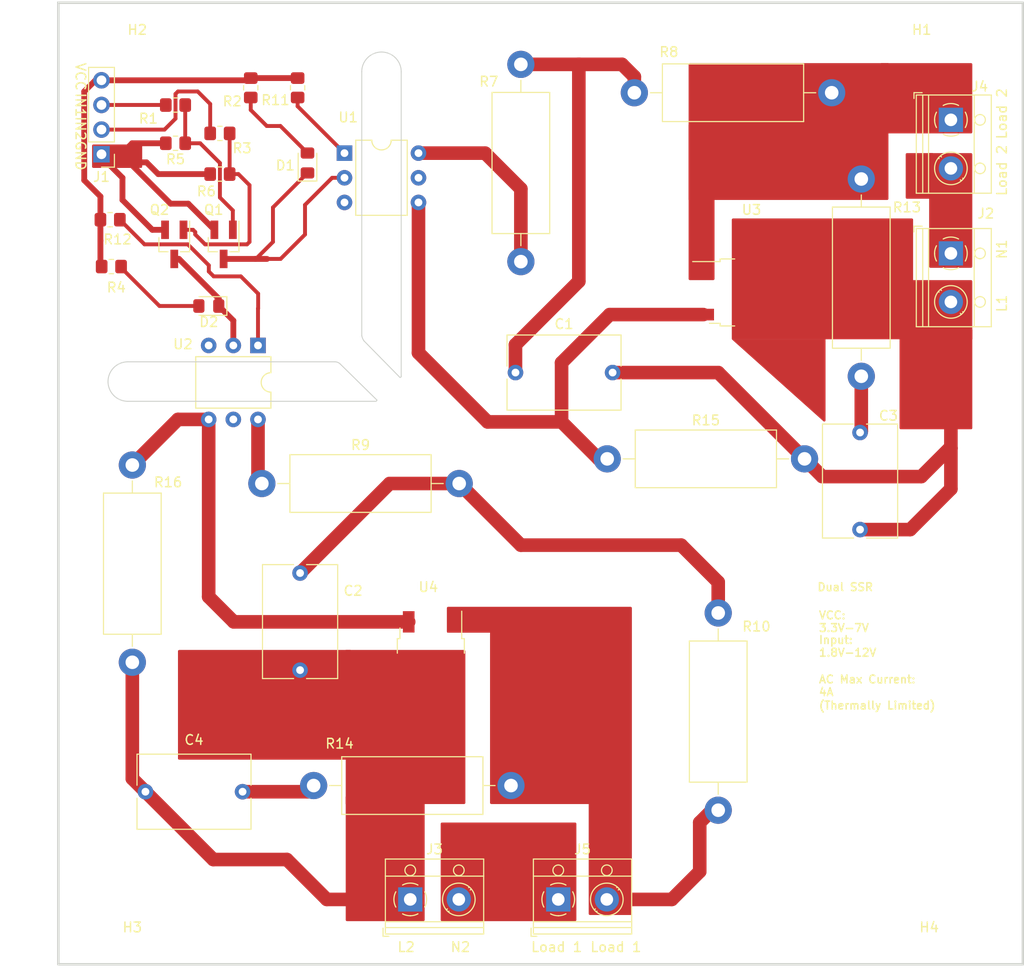
<source format=kicad_pcb>
(kicad_pcb (version 20211014) (generator pcbnew)
  (title_block (rev "1"))
  (layers (0 "F.Cu" signal "Front") (1 "In1.Cu" signal) (2 "In2.Cu" signal) (31 "B.Cu" signal "Back") (34 "B.Paste" user) (35 "F.Paste" user) (36 "B.SilkS" user "B.Silkscreen") (37 "F.SilkS" user "F.Silkscreen") (38 "B.Mask" user) (39 "F.Mask" user) (44 "Edge.Cuts" user))
  (net 0 "")
  (net 1 "Net-(C1-Pad1)")
  (net 2 "Net-(C2-Pad1)")
  (net 3 "Net-(D1-Pad2)")
  (net 4 "GND")
  (net 5 "VCC")
  (net 6 "Net-(Q1-Pad1)")
  (net 9 "Net-(C3-Pad1)")
  (net 10 "Net-(C4-Pad1)")
  (net 11 "Net-(D2-Pad2)")
  (net 12 "Net-(Q2-Pad1)")
  (net 13 "Net-(R16-Pad1)")
  (net 14 "/PWR_L1")
  (net 15 "/PWR_L2")
  (net 16 "/MOS_D1")
  (net 17 "/MOS_D2")
  (net 18 "/IN2")
  (net 19 "/IN1")
  (net 20 "Net-(R7-Pad1)")
  (net 21 "Net-(R9-Pad1)")
  (net 22 "Net-(R15-Pad1)")
  (net 25 "/LOAD_2B")
  (net 26 "/LOAD_2A")
  (net 27 "/LOAD_1B")
  (net 28 "/LOAD_1A")
  (net 29 "Net-(R11-Pad1)")
  (net 30 "Net-(R12-Pad1)")
  (footprint "Package_DIP:DIP-6_W7.62mm" (layer "F.Cu") (at 51.039 53.086 -90)
    (fp_text reference "U2" (at -0.127 7.732 180) (layer "F.SilkS"))
    (fp_text value "MOC3063M")
    (pad "1" thru_hole rect (at 0 0 270) (size 1.6 1.6) (drill 0.8) (layers *.Cu *.Mask) (net 30 "Net-(R12-Pad1)"))
    (pad "2" thru_hole oval (at 0 2.54 270) (size 1.6 1.6) (drill 0.8) (layers *.Cu *.Mask) (net 17 "/MOS_D2"))
    (pad "3" thru_hole oval (at 0 5.08 270) (size 1.6 1.6) (drill 0.8) (layers *.Cu *.Mask))
    (pad "4" thru_hole oval (at 7.62 5.08 270) (size 1.6 1.6) (drill 0.8) (layers *.Cu *.Mask) (net 13 "Net-(R16-Pad1)"))
    (pad "5" thru_hole oval (at 7.62 2.54 270) (size 1.6 1.6) (drill 0.8) (layers *.Cu *.Mask))
    (pad "6" thru_hole oval (at 7.62 0 270) (size 1.6 1.6) (drill 0.8) (layers *.Cu *.Mask) (net 21 "Net-(R9-Pad1)"))
  )
  (footprint "TerminalBlock_RND:TerminalBlock_RND_205-00012_1x02_P5.00mm_Horizontal" (layer "F.Cu") (at 122.382 29.845 -90)
    (fp_text reference "J4" (at -3.429 -2.967 180) (layer "F.SilkS"))
    (fp_text value "Screw_Terminal_01x02")
    (pad "1" thru_hole rect (at 0 0 270) (size 2.5 2.5) (drill 1.3) (layers *.Cu *.Mask) (net 28 "/LOAD_1A"))
    (pad "2" thru_hole circle (at 5 0 270) (size 2.5 2.5) (drill 1.3) (layers *.Cu *.Mask) (net 27 "/LOAD_1B"))
  )
  (footprint "MountingHole:MountingHole_3.2mm_M3_DIN965" (layer "F.Cu") (at 34.544 113.03)
    (fp_text reference "H3" (at 3.556 0) (layer "F.SilkS"))
    (fp_text value "MountingHole")
    (pad "" np_thru_hole circle (at 0 0) (size 3.2 3.2) (drill 3.2) (layers *.Cu *.Mask))
  )
  (footprint "Resistor_THT:R_Axial_DIN0614_L14.3mm_D5.7mm_P20.32mm_Horizontal" (layer "F.Cu") (at 89.789 27.051)
    (fp_text reference "R8" (at 3.556 -4.191) (layer "F.SilkS"))
    (fp_text value "100")
    (pad "1" thru_hole circle (at 0 0) (size 2.8 2.8) (drill 1.4) (layers *.Cu *.Mask) (net 1 "Net-(C1-Pad1)"))
    (pad "2" thru_hole oval (at 20.32 0) (size 2.8 2.8) (drill 1.4) (layers *.Cu *.Mask) (net 28 "/LOAD_1A"))
  )
  (footprint "Resistor_SMD:R_0805_2012Metric_Pad1.20x1.40mm_HandSolder" (layer "F.Cu") (at 42.545 32.258 180)
    (fp_text reference "R5" (at 0 -1.65) (layer "F.SilkS"))
    (fp_text value "3.3k")
    (pad "1" smd roundrect (at -1 0 180) (size 1.2 1.4) (layers "F.Cu" "F.Paste" "F.Mask") (roundrect_rratio 0.208333) (net 6 "Net-(Q1-Pad1)"))
    (pad "2" smd roundrect (at 1 0 180) (size 1.2 1.4) (layers "F.Cu" "F.Paste" "F.Mask") (roundrect_rratio 0.208333) (net 4 "GND"))
  )
  (footprint "Package_TO_SOT_SMD:SOT-23_Handsoldering" (layer "F.Cu") (at 42.418 42.672 -90)
    (fp_text reference "Q2" (at -3.556 1.524 180) (layer "F.SilkS"))
    (fp_text value "HSS2302")
    (pad "1" smd rect (at -1.5 -0.95 270) (size 1.9 0.8) (layers "F.Cu" "F.Paste" "F.Mask") (net 12 "Net-(Q2-Pad1)"))
    (pad "2" smd rect (at -1.5 0.95 270) (size 1.9 0.8) (layers "F.Cu" "F.Paste" "F.Mask") (net 4 "GND"))
    (pad "3" smd rect (at 1.5 0 270) (size 1.9 0.8) (layers "F.Cu" "F.Paste" "F.Mask") (net 17 "/MOS_D2"))
  )
  (footprint "LED_SMD:LED_0805_2012Metric_Pad1.15x1.40mm_HandSolder" (layer "F.Cu") (at 56.134 34.29 90)
    (fp_text reference "D1" (at -0.254 -2.286 180) (layer "F.SilkS"))
    (fp_text value "R")
    (pad "1" smd roundrect (at -1.025 0 90) (size 1.15 1.4) (layers "F.Cu" "F.Paste" "F.Mask") (roundrect_rratio 0.217391) (net 16 "/MOS_D1"))
    (pad "2" smd roundrect (at 1.025 0 90) (size 1.15 1.4) (layers "F.Cu" "F.Paste" "F.Mask") (roundrect_rratio 0.217391) (net 3 "Net-(D1-Pad2)"))
  )
  (footprint "Resistor_SMD:R_0805_2012Metric_Pad1.20x1.40mm_HandSolder" (layer "F.Cu") (at 35.814 40.132 180)
    (fp_text reference "R12" (at -0.762 -2.032) (layer "F.SilkS"))
    (fp_text value "330")
    (pad "1" smd roundrect (at -1 0 180) (size 1.2 1.4) (layers "F.Cu" "F.Paste" "F.Mask") (roundrect_rratio 0.208333) (net 30 "Net-(R12-Pad1)"))
    (pad "2" smd roundrect (at 1 0 180) (size 1.2 1.4) (layers "F.Cu" "F.Paste" "F.Mask") (roundrect_rratio 0.208333) (net 5 "VCC"))
  )
  (footprint "Resistor_THT:R_Axial_DIN0614_L14.3mm_D5.7mm_P20.32mm_Horizontal" (layer "F.Cu") (at 86.995 64.77)
    (fp_text reference "R15" (at 10.16 -3.97) (layer "F.SilkS"))
    (fp_text value "680")
    (pad "1" thru_hole circle (at 0 0) (size 2.8 2.8) (drill 1.4) (layers *.Cu *.Mask) (net 22 "Net-(R15-Pad1)"))
    (pad "2" thru_hole oval (at 20.32 0) (size 2.8 2.8) (drill 1.4) (layers *.Cu *.Mask) (net 14 "/PWR_L1"))
  )
  (footprint "TerminalBlock_RND:TerminalBlock_RND_205-00012_1x02_P5.00mm_Horizontal" (layer "F.Cu") (at 122.382 43.601 -90)
    (fp_text reference "J2" (at -4.104 -3.602 180) (layer "F.SilkS"))
    (fp_text value "Screw_Terminal_01x02")
    (pad "1" thru_hole rect (at 0 0 270) (size 2.5 2.5) (drill 1.3) (layers *.Cu *.Mask) (net 27 "/LOAD_1B"))
    (pad "2" thru_hole circle (at 5 0 270) (size 2.5 2.5) (drill 1.3) (layers *.Cu *.Mask) (net 14 "/PWR_L1"))
  )
  (footprint "Resistor_SMD:R_0805_2012Metric_Pad1.20x1.40mm_HandSolder" (layer "F.Cu") (at 55.118 26.543 90)
    (fp_text reference "R11" (at -1.27 -2.286 180) (layer "F.SilkS"))
    (fp_text value "330")
    (pad "1" smd roundrect (at -1 0 90) (size 1.2 1.4) (layers "F.Cu" "F.Paste" "F.Mask") (roundrect_rratio 0.208333) (net 29 "Net-(R11-Pad1)"))
    (pad "2" smd roundrect (at 1 0 90) (size 1.2 1.4) (layers "F.Cu" "F.Paste" "F.Mask") (roundrect_rratio 0.208333) (net 5 "VCC"))
  )
  (footprint "Package_TO_SOT_SMD:TO-252-2" (layer "F.Cu") (at 68.835 85.76 -90)
    (fp_text reference "U4" (at -7.782 0.255 180) (layer "F.SilkS"))
    (fp_text value "Q_TRIAC_A1A2G")
    (pad "1" smd rect (at -4.2 -2.28 270) (size 2.2 1.2) (layers "F.Cu" "F.Paste" "F.Mask") (net 26 "/LOAD_2A"))
    (pad "2" smd rect (at 2.1 0 270) (size 6.4 5.8) (layers "F.Cu" "F.Mask") (net 15 "/PWR_L2"))
    (pad "3" smd rect (at -4.2 2.28 270) (size 2.2 1.2) (layers "F.Cu" "F.Paste" "F.Mask") (net 13 "Net-(R16-Pad1)"))
  )
  (footprint "Resistor_THT:R_Axial_DIN0614_L14.3mm_D5.7mm_P20.32mm_Horizontal" (layer "F.Cu") (at 113.157 35.941 -90)
    (fp_text reference "R13" (at 2.921 -4.699 180) (layer "F.SilkS"))
    (fp_text value "DNP")
    (pad "1" thru_hole circle (at 0 0 270) (size 2.8 2.8) (drill 1.4) (layers *.Cu *.Mask) (net 28 "/LOAD_1A"))
    (pad "2" thru_hole oval (at 20.32 0 270) (size 2.8 2.8) (drill 1.4) (layers *.Cu *.Mask) (net 9 "Net-(C3-Pad1)"))
  )
  (footprint "Capacitor_THT:C_Rect_L11.5mm_W7.5mm_P10.00mm_MKT" (layer "F.Cu") (at 49.45 99.06 180)
    (fp_text reference "C4" (at 5 5.334) (layer "F.SilkS"))
    (fp_text value "DNP")
    (pad "1" thru_hole circle (at 0 0 180) (size 1.6 1.6) (drill 0.8) (layers *.Cu *.Mask) (net 10 "Net-(C4-Pad1)"))
    (pad "2" thru_hole circle (at 10 0 180) (size 1.6 1.6) (drill 0.8) (layers *.Cu *.Mask) (net 15 "/PWR_L2"))
  )
  (footprint "Resistor_THT:R_Axial_DIN0614_L14.3mm_D5.7mm_P20.32mm_Horizontal" (layer "F.Cu") (at 78.105 44.45 90)
    (fp_text reference "R7" (at 18.542 -3.302 180) (layer "F.SilkS"))
    (fp_text value "220")
    (pad "1" thru_hole circle (at 0 0 90) (size 2.8 2.8) (drill 1.4) (layers *.Cu *.Mask) (net 20 "Net-(R7-Pad1)"))
    (pad "2" thru_hole oval (at 20.32 0 90) (size 2.8 2.8) (drill 1.4) (layers *.Cu *.Mask) (net 1 "Net-(C1-Pad1)"))
  )
  (footprint "Resistor_THT:R_Axial_DIN0614_L14.3mm_D5.7mm_P20.32mm_Horizontal" (layer "F.Cu") (at 98.425 80.645 -90)
    (fp_text reference "R10" (at 1.397 -3.937 180) (layer "F.SilkS"))
    (fp_text value "100")
    (pad "1" thru_hole circle (at 0 0 270) (size 2.8 2.8) (drill 1.4) (layers *.Cu *.Mask) (net 2 "Net-(C2-Pad1)"))
    (pad "2" thru_hole oval (at 20.32 0 270) (size 2.8 2.8) (drill 1.4) (layers *.Cu *.Mask) (net 26 "/LOAD_2A"))
  )
  (footprint "Capacitor_THT:C_Rect_L11.5mm_W7.5mm_P10.00mm_MKT" (layer "F.Cu") (at 77.55 55.88)
    (fp_text reference "C1" (at 5 -5) (layer "F.SilkS"))
    (fp_text value "680n")
    (pad "1" thru_hole circle (at 0 0) (size 1.6 1.6) (drill 0.8) (layers *.Cu *.Mask) (net 1 "Net-(C1-Pad1)"))
    (pad "2" thru_hole circle (at 10 0) (size 1.6 1.6) (drill 0.8) (layers *.Cu *.Mask) (net 14 "/PWR_L1"))
  )
  (footprint "Package_DIP:DIP-6_W7.62mm" (layer "F.Cu") (at 59.944 33.274)
    (fp_text reference "U1" (at 0.381 -3.683) (layer "F.SilkS"))
    (fp_text value "MOC3063M")
    (pad "1" thru_hole rect (at 0 0) (size 1.6 1.6) (drill 0.8) (layers *.Cu *.Mask) (net 29 "Net-(R11-Pad1)"))
    (pad "2" thru_hole oval (at 0 2.54) (size 1.6 1.6) (drill 0.8) (layers *.Cu *.Mask) (net 16 "/MOS_D1"))
    (pad "3" thru_hole oval (at 0 5.08) (size 1.6 1.6) (drill 0.8) (layers *.Cu *.Mask))
    (pad "4" thru_hole oval (at 7.62 5.08) (size 1.6 1.6) (drill 0.8) (layers *.Cu *.Mask) (net 22 "Net-(R15-Pad1)"))
    (pad "5" thru_hole oval (at 7.62 2.54) (size 1.6 1.6) (drill 0.8) (layers *.Cu *.Mask))
    (pad "6" thru_hole oval (at 7.62 0) (size 1.6 1.6) (drill 0.8) (layers *.Cu *.Mask) (net 20 "Net-(R7-Pad1)"))
  )
  (footprint "Resistor_SMD:R_0805_2012Metric_Pad1.20x1.40mm_HandSolder" (layer "F.Cu") (at 47.117 35.433 180)
    (fp_text reference "R6" (at 1.397 -1.778) (layer "F.SilkS"))
    (fp_text value "3.3k")
    (pad "1" smd roundrect (at -1 0 180) (size 1.2 1.4) (layers "F.Cu" "F.Paste" "F.Mask") (roundrect_rratio 0.208333) (net 12 "Net-(Q2-Pad1)"))
    (pad "2" smd roundrect (at 1 0 180) (size 1.2 1.4) (layers "F.Cu" "F.Paste" "F.Mask") (roundrect_rratio 0.208333) (net 4 "GND"))
  )
  (footprint "Package_TO_SOT_SMD:SOT-23_Handsoldering" (layer "F.Cu") (at 47.498 42.672 -90)
    (fp_text reference "Q1" (at -3.556 1.016) (layer "F.SilkS"))
    (fp_text value "HSS2302")
    (pad "1" smd rect (at -1.5 -0.95 270) (size 1.9 0.8) (layers "F.Cu" "F.Paste" "F.Mask") (net 6 "Net-(Q1-Pad1)"))
    (pad "2" smd rect (at -1.5 0.95 270) (size 1.9 0.8) (layers "F.Cu" "F.Paste" "F.Mask") (net 4 "GND"))
    (pad "3" smd rect (at 1.5 0 270) (size 1.9 0.8) (layers "F.Cu" "F.Paste" "F.Mask") (net 16 "/MOS_D1"))
  )
  (footprint "Resistor_SMD:R_0805_2012Metric_Pad1.20x1.40mm_HandSolder" (layer "F.Cu") (at 47.117 31.242 180)
    (fp_text reference "R3" (at -2.286 -1.524) (layer "F.SilkS"))
    (fp_text value "330")
    (pad "1" smd roundrect (at -1 0 180) (size 1.2 1.4) (layers "F.Cu" "F.Paste" "F.Mask") (roundrect_rratio 0.208333) (net 12 "Net-(Q2-Pad1)"))
    (pad "2" smd roundrect (at 1 0 180) (size 1.2 1.4) (layers "F.Cu" "F.Paste" "F.Mask") (roundrect_rratio 0.208333) (net 18 "/IN2"))
  )
  (footprint "Resistor_THT:R_Axial_DIN0614_L14.3mm_D5.7mm_P20.32mm_Horizontal" (layer "F.Cu") (at 51.435 67.31)
    (fp_text reference "R9" (at 10.16 -3.97) (layer "F.SilkS"))
    (fp_text value "220")
    (pad "1" thru_hole circle (at 0 0) (size 2.8 2.8) (drill 1.4) (layers *.Cu *.Mask) (net 21 "Net-(R9-Pad1)"))
    (pad "2" thru_hole oval (at 20.32 0) (size 2.8 2.8) (drill 1.4) (layers *.Cu *.Mask) (net 2 "Net-(C2-Pad1)"))
  )
  (footprint "Resistor_SMD:R_0805_2012Metric_Pad1.20x1.40mm_HandSolder" (layer "F.Cu") (at 42.545 28.321 180)
    (fp_text reference "R1" (at 2.794 -1.397) (layer "F.SilkS"))
    (fp_text value "330")
    (pad "1" smd roundrect (at -1 0 180) (size 1.2 1.4) (layers "F.Cu" "F.Paste" "F.Mask") (roundrect_rratio 0.208333) (net 6 "Net-(Q1-Pad1)"))
    (pad "2" smd roundrect (at 1 0 180) (size 1.2 1.4) (layers "F.Cu" "F.Paste" "F.Mask") (roundrect_rratio 0.208333) (net 19 "/IN1"))
  )
  (footprint "Connector_PinHeader_2.54mm:PinHeader_1x04_P2.54mm_Vertical" (layer "F.Cu") (at 34.925 33.391 180)
    (fp_text reference "J1" (at 0 -2.33 180) (layer "F.SilkS"))
    (fp_text value "Conn_01x04_Male")
    (pad "1" thru_hole rect (at 0 0 180) (size 1.7 1.7) (drill 1) (layers *.Cu *.Mask) (net 4 "GND"))
    (pad "2" thru_hole oval (at 0 2.54 180) (size 1.7 1.7) (drill 1) (layers *.Cu *.Mask) (net 18 "/IN2"))
    (pad "3" thru_hole oval (at 0 5.08 180) (size 1.7 1.7) (drill 1) (layers *.Cu *.Mask) (net 19 "/IN1"))
    (pad "4" thru_hole oval (at 0 7.62 180) (size 1.7 1.7) (drill 1) (layers *.Cu *.Mask) (net 5 "VCC"))
  )
  (footprint "Resistor_SMD:R_0805_2012Metric_Pad1.20x1.40mm_HandSolder" (layer "F.Cu") (at 50.292 26.543 -90)
    (fp_text reference "R2" (at 1.397 1.905 180) (layer "F.SilkS"))
    (fp_text value "1k")
    (pad "1" smd roundrect (at -1 0 270) (size 1.2 1.4) (layers "F.Cu" "F.Paste" "F.Mask") (roundrect_rratio 0.208333) (net 5 "VCC"))
    (pad "2" smd roundrect (at 1 0 270) (size 1.2 1.4) (layers "F.Cu" "F.Paste" "F.Mask") (roundrect_rratio 0.208333) (net 3 "Net-(D1-Pad2)"))
  )
  (footprint "Capacitor_THT:C_Rect_L11.5mm_W7.5mm_P10.00mm_MKT" (layer "F.Cu") (at 55.372 76.534 -90)
    (fp_text reference "C2" (at 1.825 -5.461 180) (layer "F.SilkS"))
    (fp_text value "680n")
    (pad "1" thru_hole circle (at 0 0 270) (size 1.6 1.6) (drill 0.8) (layers *.Cu *.Mask) (net 2 "Net-(C2-Pad1)"))
    (pad "2" thru_hole circle (at 10 0 270) (size 1.6 1.6) (drill 0.8) (layers *.Cu *.Mask) (net 15 "/PWR_L2"))
  )
  (footprint "LED_SMD:LED_0805_2012Metric_Pad1.15x1.40mm_HandSolder" (layer "F.Cu") (at 45.974 49.022 180)
    (fp_text reference "D2" (at 0 -1.65) (layer "F.SilkS"))
    (fp_text value "R")
    (pad "1" smd roundrect (at -1.025 0 180) (size 1.15 1.4) (layers "F.Cu" "F.Paste" "F.Mask") (roundrect_rratio 0.217391) (net 17 "/MOS_D2"))
    (pad "2" smd roundrect (at 1.025 0 180) (size 1.15 1.4) (layers "F.Cu" "F.Paste" "F.Mask") (roundrect_rratio 0.217391) (net 11 "Net-(D2-Pad2)"))
  )
  (footprint "TerminalBlock_RND:TerminalBlock_RND_205-00012_1x02_P5.00mm_Horizontal" (layer "F.Cu") (at 81.955 110.155)
    (fp_text reference "J5" (at 2.5 -5.16) (layer "F.SilkS"))
    (fp_text value "Screw_Terminal_01x02")
    (pad "1" thru_hole rect (at 0 0) (size 2.5 2.5) (drill 1.3) (layers *.Cu *.Mask) (net 25 "/LOAD_2B"))
    (pad "2" thru_hole circle (at 5 0) (size 2.5 2.5) (drill 1.3) (layers *.Cu *.Mask) (net 26 "/LOAD_2A"))
  )
  (footprint "TerminalBlock_RND:TerminalBlock_RND_205-00012_1x02_P5.00mm_Horizontal" (layer "F.Cu") (at 66.715 110.155)
    (fp_text reference "J3" (at 2.5 -5.16) (layer "F.SilkS"))
    (fp_text value "Screw_Terminal_01x02")
    (pad "1" thru_hole rect (at 0 0) (size 2.5 2.5) (drill 1.3) (layers *.Cu *.Mask) (net 15 "/PWR_L2"))
    (pad "2" thru_hole circle (at 5 0) (size 2.5 2.5) (drill 1.3) (layers *.Cu *.Mask) (net 25 "/LOAD_2B"))
  )
  (footprint "MountingHole:MountingHole_3.2mm_M3_DIN965" (layer "F.Cu") (at 123.19 20.574)
    (fp_text reference "H1" (at -3.81 0) (layer "F.SilkS"))
    (fp_text value "MountingHole")
    (pad "" np_thru_hole circle (at 0 0) (size 3.2 3.2) (drill 3.2) (layers *.Cu *.Mask))
  )
  (footprint "MountingHole:MountingHole_3.2mm_M3_DIN965" (layer "F.Cu") (at 34.544 20.574)
    (fp_text reference "H2" (at 4.064 0) (layer "F.SilkS"))
    (fp_text value "MountingHole")
    (pad "" np_thru_hole circle (at 0 0) (size 3.2 3.2) (drill 3.2) (layers *.Cu *.Mask))
  )
  (footprint "MountingHole:MountingHole_3.2mm_M3_DIN965" (layer "F.Cu") (at 122.174 113.284)
    (fp_text reference "H4" (at -2.032 -0.254) (layer "F.SilkS"))
    (fp_text value "MountingHole")
    (pad "" np_thru_hole circle (at 1.016 -0.254) (size 3.2 3.2) (drill 3.2) (layers F&B.Cu *.Mask))
  )
  (footprint "Resistor_THT:R_Axial_DIN0614_L14.3mm_D5.7mm_P20.32mm_Horizontal" (layer "F.Cu") (at 38.1 65.405 -90)
    (fp_text reference "R16" (at 1.778 -3.683 180) (layer "F.SilkS"))
    (fp_text value "680")
    (pad "1" thru_hole circle (at 0 0 270) (size 2.8 2.8) (drill 1.4) (layers *.Cu *.Mask) (net 13 "Net-(R16-Pad1)"))
    (pad "2" thru_hole oval (at 20.32 0 270) (size 2.8 2.8) (drill 1.4) (layers *.Cu *.Mask) (net 15 "/PWR_L2"))
  )
  (footprint "Resistor_THT:R_Axial_DIN0614_L14.3mm_D5.7mm_P20.32mm_Horizontal" (layer "F.Cu") (at 77.089 98.425 180)
    (fp_text reference "R14" (at 17.653 4.318) (layer "F.SilkS"))
    (fp_text value "DNP")
    (pad "1" thru_hole circle (at 0 0 180) (size 2.8 2.8) (drill 1.4) (layers *.Cu *.Mask) (net 26 "/LOAD_2A"))
    (pad "2" thru_hole oval (at 20.32 0 180) (size 2.8 2.8) (drill 1.4) (layers *.Cu *.Mask) (net 10 "Net-(C4-Pad1)"))
  )
  (footprint "Resistor_SMD:R_0805_2012Metric_Pad1.20x1.40mm_HandSolder" (layer "F.Cu") (at 35.941 44.958)
    (fp_text reference "R4" (at 0.508 2.159) (layer "F.SilkS"))
    (fp_text value "1k")
    (pad "1" smd roundrect (at -1 0) (size 1.2 1.4) (layers "F.Cu" "F.Paste" "F.Mask") (roundrect_rratio 0.208333) (net 5 "VCC"))
    (pad "2" smd roundrect (at 1 0) (size 1.2 1.4) (layers "F.Cu" "F.Paste" "F.Mask") (roundrect_rratio 0.208333) (net 11 "Net-(D2-Pad2)"))
  )
  (footprint "Package_TO_SOT_SMD:TO-252-2" (layer "F.Cu") (at 101.092 47.626)
    (fp_text reference "U3" (at 0.762 -8.51) (layer "F.SilkS"))
    (fp_text value "Q_TRIAC_A1A2G")
    (pad "1" smd rect (at -4.2 -2.28) (size 2.2 1.2) (layers "F.Cu" "F.Paste" "F.Mask") (net 28 "/LOAD_1A"))
    (pad "2" smd rect (at 2.1 0) (size 6.4 5.8) (layers "F.Cu" "F.Mask") (net 14 "/PWR_L1"))
    (pad "3" smd rect (at -4.2 2.28) (size 2.2 1.2) (layers "F.Cu" "F.Paste" "F.Mask") (net 22 "Net-(R15-Pad1)"))
  )
  (footprint "Capacitor_THT:C_Rect_L11.5mm_W7.5mm_P10.00mm_MKT" (layer "F.Cu") (at 113.03 62.056 -90)
    (fp_text reference "C3" (at -1.731 -2.921 180) (layer "F.SilkS"))
    (fp_text value "DNP")
    (pad "1" thru_hole circle (at 0 0 270) (size 1.6 1.6) (drill 0.8) (layers *.Cu *.Mask) (net 9 "Net-(C3-Pad1)"))
    (pad "2" thru_hole circle (at 10 0 270) (size 1.6 1.6) (drill 0.8) (layers *.Cu *.Mask) (net 14 "/PWR_L1"))
  )
  (gr_arc (start 58.965198 54.774198) (mid 59.256802 54.832202) (end 59.504013 54.997383) (layer "Edge.Cuts") (width 0.1))
  (gr_line (start 59.504013 54.997383) (end 63.283198 58.711198) (layer "Edge.Cuts") (width 0.1))
  (gr_arc (start 61.722 24.892) (mid 63.754 22.86) (end 65.786 24.892) (layer "Edge.Cuts") (width 0.1))
  (gr_line (start 65.786 24.892) (end 65.786 56.261) (layer "Edge.Cuts") (width 0.1))
  (gr_arc (start 61.945185 52.609502) (mid 61.805835 52.351234) (end 61.722 52.07) (layer "Edge.Cuts") (width 0.1))
  (gr_line (start 61.945185 52.609502) (end 65.659 56.388) (layer "Edge.Cuts") (width 0.1))
  (gr_arc (start 37.629198 58.838198) (mid 35.597198 56.806198) (end 37.629198 54.774198) (layer "Edge.Cuts") (width 0.1))
  (gr_arc (start 63.283198 58.711198) (mid 63.246 58.801) (end 63.156198 58.838198) (layer "Edge.Cuts") (width 0.1))
  (gr_arc (start 65.786 56.261) (mid 65.748803 56.350803) (end 65.659 56.388) (layer "Edge.Cuts") (width 0.1))
  (gr_rect (start 30.48 17.78) (end 129.794 116.84) (layer "Edge.Cuts") (width 0.254) (fill none))
  (gr_line (start 37.629198 58.838198) (end 63.156198 58.838198) (layer "Edge.Cuts") (width 0.1))
  (gr_line (start 61.722 52.07) (end 61.722 24.892) (layer "Edge.Cuts") (width 0.1))
  (gr_line (start 58.965198 54.774198) (end 37.629198 54.774198) (layer "Edge.Cuts") (width 0.1))
  (gr_text "Load 1" (at 81.788 115.062) (layer "F.SilkS") (effects (font (size 1 1))))
  (gr_text "VCC" (at 32.766 25.4 270) (layer "F.SilkS") (effects (font (size 1 1))))
  (gr_text "Load 1" (at 87.884 115.062) (layer "F.SilkS") (effects (font (size 1 1))))
  (gr_text "GND" (at 32.766 33.528 270) (layer "F.SilkS") (effects (font (size 1 1))))
  (gr_text "IN2" (at 32.766 30.734 270) (layer "F.SilkS") (effects (font (size 1 1))))
  (gr_text "(Thermally Limited)" (at 108.712 90.17) (layer "F.SilkS") (effects (font (size 0.8128 0.8128) (thickness 0.1524)) (justify left)))
  (gr_text "Load 2" (at 127.635 29.21 90) (layer "F.SilkS") (effects (font (size 1 1))))
  (gr_text "IN1" (at 32.766 28.321 270) (layer "F.SilkS") (effects (font (size 1 1))))
  (gr_text "L2" (at 66.294 115.062) (layer "F.SilkS") (effects (font (size 1 1))))
  (gr_text "Load 2" (at 127.635 35.052 90) (layer "F.SilkS") (effects (font (size 1 1))))
  (gr_text "L1" (at 127.635 48.768 90) (layer "F.SilkS") (effects (font (size 1 1))))
  (gr_text "Input:\n1.8V-12V" (at 108.712 84.074) (layer "F.SilkS") (effects (font (size 0.8128 0.8128) (thickness 0.1524)) (justify left)))
  (gr_text "Dual SSR" (at 111.506 77.978) (layer "F.SilkS") (effects (font (size 0.8128 0.8128) (thickness 0.1524))))
  (gr_text "N1" (at 127.635 43.18 90) (layer "F.SilkS") (effects (font (size 1 1))))
  (gr_text "N2" (at 71.882 115.062) (layer "F.SilkS") (effects (font (size 1 1))))
  (gr_text "AC Max Current:\n4A" (at 108.712 88.138) (layer "F.SilkS") (effects (font (size 0.8128 0.8128) (thickness 0.1524)) (justify left)))
  (gr_text "VCC:\n3.3V-7V" (at 108.712 81.534) (layer "F.SilkS") (effects (font (size 0.8128 0.8128) (thickness 0.1524)) (justify left)))
  (segment (start 77.55 53.006) (end 84.074 46.482) (width 1.4) (layer "F.Cu") (net 1))
  (segment (start 88.519 24.13) (end 84.074 24.13) (width 1.4) (layer "F.Cu") (net 1))
  (segment (start 89.789 25.4) (end 88.519 24.13) (width 1.4) (layer "F.Cu") (net 1))
  (segment (start 84.074 46.482) (end 84.074 24.13) (width 1.4) (layer "F.Cu") (net 1))
  (segment (start 78.105 24.13) (end 84.074 24.13) (width 1.4) (layer "F.Cu") (net 1))
  (segment (start 89.789 27.051) (end 89.789 25.4) (width 1.4) (layer "F.Cu") (net 1))
  (segment (start 77.55 55.88) (end 77.55 53.006) (width 1.4) (layer "F.Cu") (net 1))
  (segment (start 94.615 73.66) (end 98.425 77.47) (width 1.4) (layer "F.Cu") (net 2))
  (segment (start 55.372 76.534) (end 64.596 67.31) (width 1.4) (layer "F.Cu") (net 2))
  (segment (start 78.105 73.66) (end 94.615 73.66) (width 1.4) (layer "F.Cu") (net 2))
  (segment (start 64.596 67.31) (end 71.755 67.31) (width 1.4) (layer "F.Cu") (net 2))
  (segment (start 98.425 77.47) (end 98.425 80.645) (width 1.4) (layer "F.Cu") (net 2))
  (segment (start 71.755 67.31) (end 78.105 73.66) (width 1.4) (layer "F.Cu") (net 2))
  (segment (start 50.292 27.543) (end 50.292 28.829) (width 0.4) (layer "F.Cu") (net 3))
  (segment (start 50.292 28.829) (end 51.943 30.48) (width 0.4) (layer "F.Cu") (net 3))
  (segment (start 53.349 30.48) (end 56.134 33.265) (width 0.4) (layer "F.Cu") (net 3))
  (segment (start 51.943 30.48) (end 53.349 30.48) (width 0.4) (layer "F.Cu") (net 3))
  (segment (start 40.767 35.433) (end 39.5605 34.2265) (width 0.6) (layer "F.Cu") (net 4))
  (segment (start 34.925 33.391) (end 36.947 33.391) (width 0.6) (layer "F.Cu") (net 4))
  (segment (start 36.947 33.391) (end 37.7825 34.2265) (width 0.6) (layer "F.Cu") (net 4))
  (segment (start 39.5605 34.2265) (end 37.7825 34.2265) (width 0.6) (layer "F.Cu") (net 4))
  (segment (start 37.7825 34.2265) (end 42.037 38.481) (width 0.6) (layer "F.Cu") (net 4))
  (segment (start 41.468 41.172) (end 40.156 41.172) (width 0.6) (layer "F.Cu") (net 4))
  (segment (start 43.857 38.481) (end 46.548 41.172) (width 0.6) (layer "F.Cu") (net 4))
  (segment (start 41.545 32.258) (end 38.08 32.258) (width 0.6) (layer "F.Cu") (net 4))
  (segment (start 34.925 33.655) (end 34.925 33.391) (width 0.6) (layer "F.Cu") (net 4))
  (segment (start 37.084 35.814) (end 34.925 33.655) (width 0.6) (layer "F.Cu") (net 4))
  (segment (start 46.117 35.433) (end 40.767 35.433) (width 0.6) (layer "F.Cu") (net 4))
  (segment (start 37.084 38.1) (end 37.084 35.814) (width 0.6) (layer "F.Cu") (net 4))
  (segment (start 40.156 41.172) (end 37.084 38.1) (width 0.6) (layer "F.Cu") (net 4))
  (segment (start 42.037 38.481) (end 43.857 38.481) (width 0.6) (layer "F.Cu") (net 4))
  (segment (start 38.08 32.258) (end 36.947 33.391) (width 0.6) (layer "F.Cu") (net 4))
  (segment (start 34.814 37.735) (end 33.147 36.068) (width 0.6) (layer "F.Cu") (net 5))
  (segment (start 34.925 25.771) (end 50.064 25.771) (width 0.6) (layer "F.Cu") (net 5))
  (segment (start 33.147 36.068) (end 33.147 26.924) (width 0.6) (layer "F.Cu") (net 5))
  (segment (start 34.3 25.771) (end 34.925 25.771) (width 0.6) (layer "F.Cu") (net 5))
  (segment (start 50.292 25.543) (end 55.118 25.543) (width 0.6) (layer "F.Cu") (net 5))
  (segment (start 50.064 25.771) (end 50.292 25.543) (width 0.6) (layer "F.Cu") (net 5))
  (segment (start 33.147 26.924) (end 34.3 25.771) (width 0.6) (layer "F.Cu") (net 5))
  (segment (start 34.814 45.212) (end 34.814 42.291) (width 0.6) (layer "F.Cu") (net 5))
  (segment (start 34.814 42.291) (end 34.814 37.735) (width 0.6) (layer "F.Cu") (net 5))
  (segment (start 47.117 37.846) (end 48.448 39.177) (width 0.4) (layer "F.Cu") (net 6))
  (segment (start 48.448 39.177) (end 48.448 41.172) (width 0.4) (layer "F.Cu") (net 6))
  (segment (start 47.117 34.29) (end 47.117 37.846) (width 0.4) (layer "F.Cu") (net 6))
  (segment (start 45.085 32.258) (end 47.117 34.29) (width 0.4) (layer "F.Cu") (net 6))
  (segment (start 43.545 28.321) (end 43.545 32.258) (width 0.4) (layer "F.Cu") (net 6))
  (segment (start 43.545 32.258) (end 45.085 32.258) (width 0.4) (layer "F.Cu") (net 6))
  (segment (start 113.157 61.929) (end 113.03 62.056) (width 1.4) (layer "F.Cu") (net 9))
  (segment (start 113.157 56.261) (end 113.157 61.929) (width 1.4) (layer "F.Cu") (net 9))
  (segment (start 49.45 99.06) (end 56.134 99.06) (width 1.4) (layer "F.Cu") (net 10))
  (segment (start 56.134 99.06) (end 56.769 98.425) (width 1.4) (layer "F.Cu") (net 10))
  (segment (start 40.894 49.022) (end 44.949 49.022) (width 0.4) (layer "F.Cu") (net 11))
  (segment (start 36.941 45.069) (end 40.894 49.022) (width 0.4) (layer "F.Cu") (net 11))
  (segment (start 45.593 42.672) (end 44.577 41.656) (width 0.4) (layer "F.Cu") (net 12))
  (segment (start 49.911 42.672) (end 45.593 42.672) (width 0.4) (layer "F.Cu") (net 12))
  (segment (start 50.165 42.418) (end 49.911 42.672) (width 0.4) (layer "F.Cu") (net 12))
  (segment (start 44.577 41.656) (end 44.577 41.402) (width 0.4) (layer "F.Cu") (net 12))
  (segment (start 44.347 41.172) (end 43.368 41.172) (width 0.4) (layer "F.Cu") (net 12))
  (segment (start 50.165 36.576) (end 50.165 42.418) (width 0.4) (layer "F.Cu") (net 12))
  (segment (start 49.022 35.433) (end 50.165 36.576) (width 0.4) (layer "F.Cu") (net 12))
  (segment (start 48.117 31.242) (end 48.117 35.433) (width 0.4) (layer "F.Cu") (net 12))
  (segment (start 44.577 41.402) (end 44.347 41.172) (width 0.4) (layer "F.Cu") (net 12))
  (segment (start 48.117 35.433) (end 49.022 35.433) (width 0.4) (layer "F.Cu") (net 12))
  (segment (start 42.799 60.706) (end 38.1 65.405) (width 1.4) (layer "F.Cu") (net 13))
  (segment (start 45.959 60.706) (end 45.959 78.979) (width 1.4) (layer "F.Cu") (net 13))
  (segment (start 45.959 60.706) (end 42.799 60.706) (width 1.4) (layer "F.Cu") (net 13))
  (segment (start 48.54 81.56) (end 66.555 81.56) (width 1.4) (layer "F.Cu") (net 13))
  (segment (start 45.959 78.979) (end 48.54 81.56) (width 1.4) (layer "F.Cu") (net 13))
  (segment (start 122.382 67.864) (end 118.19 72.056) (width 1.4) (layer "F.Cu") (net 14))
  (segment (start 122.382 63.673) (end 122.255 63.673) (width 1.4) (layer "F.Cu") (net 14))
  (segment (start 109.14 66.595) (end 107.315 64.77) (width 1.4) (layer "F.Cu") (net 14))
  (segment (start 122.255 63.673) (end 119.333 66.595) (width 1.4) (layer "F.Cu") (net 14))
  (segment (start 98.425 55.88) (end 107.315 64.77) (width 1.4) (layer "F.Cu") (net 14))
  (segment (start 122.382 63.673) (end 122.382 67.864) (width 1.4) (layer "F.Cu") (net 14))
  (segment (start 118.19 72.056) (end 113.03 72.056) (width 1.4) (layer "F.Cu") (net 14))
  (segment (start 87.55 55.88) (end 98.425 55.88) (width 1.4) (layer "F.Cu") (net 14))
  (segment (start 122.382 48.601) (end 122.382 63.673) (width 1.4) (layer "F.Cu") (net 14))
  (segment (start 119.333 66.595) (end 109.14 66.595) (width 1.4) (layer "F.Cu") (net 14))
  (segment (start 103.492 47.926) (end 103.192 47.626) (width 0.8) (layer "F.Cu") (net 14))
  (segment (start 66.715 110.155) (end 58.12 110.155) (width 1.4) (layer "F.Cu") (net 15))
  (segment (start 66.715 89.98) (end 68.835 87.86) (width 0.8) (layer "F.Cu") (net 15))
  (segment (start 38.1 97.71) (end 39.45 99.06) (width 1.4) (layer "F.Cu") (net 15))
  (segment (start 46.435 106.045) (end 39.45 99.06) (width 1.4) (layer "F.Cu") (net 15))
  (segment (start 54.01 106.045) (end 46.435 106.045) (width 1.4) (layer "F.Cu") (net 15))
  (segment (start 58.12 110.155) (end 54.01 106.045) (width 1.4) (layer "F.Cu") (net 15))
  (segment (start 38.1 85.725) (end 38.1 97.71) (width 1.4) (layer "F.Cu") (net 15))
  (segment (start 55.88 38.608) (end 55.88 41.656) (width 0.4) (layer "F.Cu") (net 16))
  (segment (start 50.776 44.172) (end 51.967 44.172) (width 0.6) (layer "F.Cu") (net 16))
  (segment (start 47.498 44.172) (end 50.776 44.172) (width 0.6) (layer "F.Cu") (net 16))
  (segment (start 50.824 44.172) (end 50.776 44.172) (width 0.4) (layer "F.Cu") (net 16))
  (segment (start 58.674 35.814) (end 55.88 38.608) (width 0.4) (layer "F.Cu") (net 16))
  (segment (start 59.944 35.814) (end 58.674 35.814) (width 0.4) (layer "F.Cu") (net 16))
  (segment (start 55.88 41.656) (end 53.364 44.172) (width 0.4) (layer "F.Cu") (net 16))
  (segment (start 52.578 38.871) (end 52.578 42.418) (width 0.4) (layer "F.Cu") (net 16))
  (segment (start 56.134 35.315) (end 52.578 38.871) (width 0.4) (layer "F.Cu") (net 16))
  (segment (start 53.364 44.172) (end 51.967 44.172) (width 0.4) (layer "F.Cu") (net 16))
  (segment (start 52.578 42.418) (end 50.824 44.172) (width 0.4) (layer "F.Cu") (net 16))
  (segment (start 42.418 44.172) (end 42.902 44.172) (width 0.6) (layer "F.Cu") (net 17))
  (segment (start 42.902 44.172) (end 46.999 48.269) (width 0.6) (layer "F.Cu") (net 17))
  (segment (start 48.499 50.522) (end 46.999 49.022) (width 0.6) (layer "F.Cu") (net 17))
  (segment (start 46.999 48.269) (end 46.999 49.022) (width 0.6) (layer "F.Cu") (net 17))
  (segment (start 48.499 53.086) (end 48.499 50.522) (width 0.6) (layer "F.Cu") (net 17))
  (segment (start 44.831 26.924) (end 46.117 28.21) (width 0.4) (layer "F.Cu") (net 18))
  (segment (start 41.412 30.851) (end 42.545 29.718) (width 0.4) (layer "F.Cu") (net 18))
  (segment (start 34.925 30.851) (end 41.412 30.851) (width 0.4) (layer "F.Cu") (net 18))
  (segment (start 42.545 29.718) (end 42.545 27.178) (width 0.4) (layer "F.Cu") (net 18))
  (segment (start 46.117 28.21) (end 46.117 31.242) (width 0.4) (layer "F.Cu") (net 18))
  (segment (start 42.799 26.924) (end 44.831 26.924) (width 0.4) (layer "F.Cu") (net 18))
  (segment (start 42.545 27.178) (end 42.799 26.924) (width 0.4) (layer "F.Cu") (net 18))
  (segment (start 41.535 28.311) (end 41.545 28.321) (width 0.4) (layer "F.Cu") (net 19))
  (segment (start 34.925 28.311) (end 41.535 28.311) (width 0.4) (layer "F.Cu") (net 19))
  (segment (start 67.564 33.274) (end 74.422 33.274) (width 1.4) (layer "F.Cu") (net 20))
  (segment (start 78.105 36.957) (end 78.105 44.45) (width 1.4) (layer "F.Cu") (net 20))
  (segment (start 74.422 33.274) (end 78.105 36.957) (width 1.4) (layer "F.Cu") (net 20))
  (segment (start 51.039 66.914) (end 51.435 67.31) (width 1.4) (layer "F.Cu") (net 21))
  (segment (start 51.039 60.706) (end 51.039 66.914) (width 1.4) (layer "F.Cu") (net 21))
  (segment (start 74.676 60.96) (end 82.296 60.96) (width 1.4) (layer "F.Cu") (net 22))
  (segment (start 87.254 49.906) (end 82.296 54.864) (width 1.4) (layer "F.Cu") (net 22))
  (segment (start 67.564 53.848) (end 74.676 60.96) (width 1.4) (layer "F.Cu") (net 22))
  (segment (start 86.106 64.77) (end 86.995 64.77) (width 1.4) (layer "F.Cu") (net 22))
  (segment (start 67.564 38.354) (end 67.564 53.848) (width 1.4) (layer "F.Cu") (net 22))
  (segment (start 96.892 49.906) (end 87.254 49.906) (width 1.4) (layer "F.Cu") (net 22))
  (segment (start 82.296 54.864) (end 82.296 60.96) (width 1.4) (layer "F.Cu") (net 22))
  (segment (start 82.296 60.96) (end 86.106 64.77) (width 1.4) (layer "F.Cu") (net 22))
  (segment (start 93.645 110.155) (end 96.52 107.28) (width 1.4) (layer "F.Cu") (net 26))
  (segment (start 97.79 100.965) (end 98.425 100.965) (width 1.4) (layer "F.Cu") (net 26))
  (segment (start 96.52 107.28) (end 96.52 102.235) (width 1.4) (layer "F.Cu") (net 26))
  (segment (start 93.645 110.155) (end 86.955 110.155) (width 1.4) (layer "F.Cu") (net 26))
  (segment (start 96.52 102.235) (end 97.79 100.965) (width 1.4) (layer "F.Cu") (net 26))
  (segment (start 59.944 33.274) (end 55.118 28.448) (width 0.4) (layer "F.Cu") (net 29))
  (segment (start 55.118 28.448) (end 55.118 27.543) (width 0.4) (layer "F.Cu") (net 29))
  (segment (start 45.974 44.831) (end 45.974 45.466) (width 0.4) (layer "F.Cu") (net 30))
  (segment (start 46.482 45.974) (end 49.276 45.974) (width 0.4) (layer "F.Cu") (net 30))
  (segment (start 51.039 49.291) (end 51.039 53.086) (width 0.4) (layer "F.Cu") (net 30))
  (segment (start 51.054 49.276) (end 51.039 49.291) (width 0.4) (layer "F.Cu") (net 30))
  (segment (start 36.814 40.132) (end 39.354 42.672) (width 0.4) (layer "F.Cu") (net 30))
  (segment (start 43.815 42.672) (end 45.974 44.831) (width 0.4) (layer "F.Cu") (net 30))
  (segment (start 39.354 42.672) (end 43.815 42.672) (width 0.4) (layer "F.Cu") (net 30))
  (segment (start 45.974 45.466) (end 46.482 45.974) (width 0.4) (layer "F.Cu") (net 30))
  (segment (start 49.276 45.974) (end 51.054 47.752) (width 0.4) (layer "F.Cu") (net 30))
  (segment (start 51.054 47.752) (end 51.054 49.276) (width 0.4) (layer "F.Cu") (net 30))
  (zone (net 28) (net_name "/LOAD_1A") (layer "F.Cu") (connect_pads yes (clearance 0.508)) (min_thickness 0.254) (fill yes (thermal_gap 0.508) (thermal_bridge_width 0.508))
    (polygon (pts (xy 115.951 38.1) (xy 95.377 38.1) (xy 95.377 24.003) (xy 115.951 24.003)))
  )
  (zone (net 15) (net_name "/PWR_L2") (layer "F.Cu") (connect_pads yes (clearance 0.508)) (min_thickness 0.254) (fill yes (thermal_gap 0.508) (thermal_bridge_width 0.508))
    (polygon (pts (xy 60.579 95.758) (xy 42.799 95.758) (xy 42.799 84.455) (xy 60.579 84.455)))
  )
  (zone (net 15) (net_name "/PWR_L2") (layer "F.Cu") (connect_pads yes (clearance 0.508)) (min_thickness 0.254) (fill yes (thermal_gap 0.508) (thermal_bridge_width 0.508))
    (polygon (pts (xy 72.39 100.33) (xy 60.071 100.33) (xy 60.071 84.455) (xy 72.39 84.455)))
  )
  (zone (net 26) (net_name "/LOAD_2A") (layer "F.Cu") (connect_pads yes (clearance 0.508)) (min_thickness 0.254) (fill yes (thermal_gap 0.508) (thermal_bridge_width 0.508))
    (polygon (pts (xy 85.598 100.33) (xy 74.93 100.33) (xy 74.93 81.661) (xy 85.598 81.661)))
  )
  (zone (net 26) (net_name "/LOAD_2A") (layer "F.Cu") (connect_pads yes (clearance 0.508)) (min_thickness 0.254) (fill yes (thermal_gap 0.508) (thermal_bridge_width 0.508))
    (polygon (pts (xy 89.535 111.76) (xy 85.09 111.76) (xy 85.09 82.677) (xy 89.535 82.677)))
  )
  (zone (net 15) (net_name "/PWR_L2") (layer "F.Cu") (connect_pads yes (clearance 0.508)) (min_thickness 0.254) (fill yes (thermal_gap 0.508) (thermal_bridge_width 0.508))
    (polygon (pts (xy 68.199 112.395) (xy 60.071 112.395) (xy 60.071 99.568) (xy 68.199 99.568)))
  )
  (zone (net 4) (net_name "GND") (layer "F.Cu") (connect_pads yes (clearance 0.508)) (min_thickness 0.254) (fill yes (thermal_gap 0.508) (thermal_bridge_width 0.508))
    (polygon (pts (xy 39.116 34.798) (xy 33.909 34.798) (xy 33.909 32.385) (xy 39.116 32.385)))
  )
  (zone (net 28) (net_name "/LOAD_1A") (layer "F.Cu") (connect_pads yes (clearance 0.508)) (min_thickness 0.254) (fill yes (thermal_gap 0.508) (thermal_bridge_width 0.508))
    (polygon (pts (xy 124.587 31.242) (xy 115.189 31.242) (xy 115.189 24.003) (xy 124.587 24.003)))
  )
  (zone (net 27) (net_name "/LOAD_1B") (layer "F.Cu") (connect_pads yes (clearance 0.508)) (min_thickness 0.254) (fill yes (thermal_gap 0.508) (thermal_bridge_width 0.508))
    (polygon (pts (xy 120.523 37.973) (xy 117.729 37.973) (xy 117.729 33.274) (xy 120.523 33.274)))
  )
  (zone (net 28) (net_name "/LOAD_1A") (layer "F.Cu") (connect_pads yes (clearance 0.508)) (min_thickness 0.254) (fill yes (thermal_gap 0.508) (thermal_bridge_width 0.508))
    (polygon (pts (xy 98.044 46.355) (xy 95.377 46.355) (xy 95.377 30.353) (xy 98.044 30.353)))
  )
  (zone (net 26) (net_name "/LOAD_2A") (layer "F.Cu") (connect_pads yes (clearance 0.508)) (min_thickness 0.254) (fill yes (thermal_gap 0.508) (thermal_bridge_width 0.508))
    (polygon (pts (xy 89.535 82.677) (xy 70.485 82.677) (xy 70.485 80.01) (xy 89.535 80.01)))
  )
  (zone (net 14) (net_name "/PWR_L1") (layer "F.Cu") (connect_pads yes (clearance 0.508)) (min_thickness 0.254) (fill yes (thermal_gap 0.508) (thermal_bridge_width 0.508))
    (polygon (pts (xy 124.587 61.722) (xy 117.094 61.722) (xy 117.094 51.435) (xy 124.587 51.435)))
  )
  (zone (net 14) (net_name "/PWR_L1") (layer "F.Cu") (connect_pads yes (clearance 0.508)) (min_thickness 0.254) (fill yes (thermal_gap 0.508) (thermal_bridge_width 0.508))
    (polygon (pts (xy 124.587 52.451) (xy 118.237 52.451) (xy 118.237 46.355) (xy 124.587 46.355)))
  )
  (zone (net 14) (net_name "/PWR_L1") (layer "F.Cu") (connect_pads yes (clearance 0.508)) (min_thickness 0.254) (fill yes (thermal_gap 0.508) (thermal_bridge_width 0.508))
    (polygon (pts (xy 109.474 61.087) (xy 99.822 52.451) (xy 109.474 52.451)))
  )
  (zone (net 27) (net_name "/LOAD_1B") (layer "F.Cu") (connect_pads yes (clearance 0.508)) (min_thickness 0.254) (fill yes (thermal_gap 0.508) (thermal_bridge_width 0.508))
    (polygon (pts (xy 124.587 45.085) (xy 120.142 45.085) (xy 120.142 33.274) (xy 124.587 33.274)))
  )
  (zone (net 14) (net_name "/PWR_L1") (layer "F.Cu") (connect_pads yes (clearance 0.508)) (min_thickness 0.254) (fill yes (thermal_gap 0.508) (thermal_bridge_width 0.508))
    (polygon (pts (xy 118.491 52.451) (xy 99.822 52.451) (xy 99.822 40.005) (xy 118.491 40.005)))
  )
  (zone (net 25) (net_name "/LOAD_2B") (layer "F.Cu") (connect_pads yes (clearance 0.508)) (min_thickness 0.254) (fill yes (thermal_gap 0.508) (thermal_bridge_width 0.508))
    (polygon (pts (xy 83.82 112.395) (xy 69.85 112.395) (xy 69.85 102.235) (xy 83.82 102.235)))
  )
)
</source>
